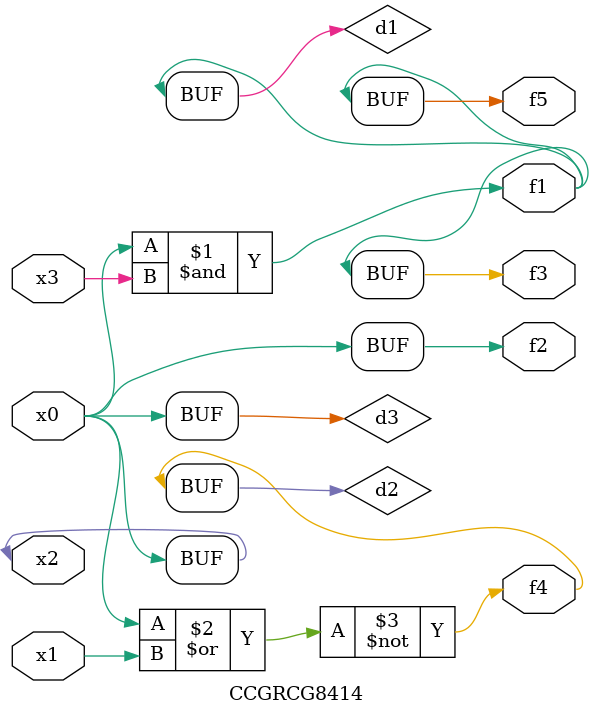
<source format=v>
module CCGRCG8414(
	input x0, x1, x2, x3,
	output f1, f2, f3, f4, f5
);

	wire d1, d2, d3;

	and (d1, x2, x3);
	nor (d2, x0, x1);
	buf (d3, x0, x2);
	assign f1 = d1;
	assign f2 = d3;
	assign f3 = d1;
	assign f4 = d2;
	assign f5 = d1;
endmodule

</source>
